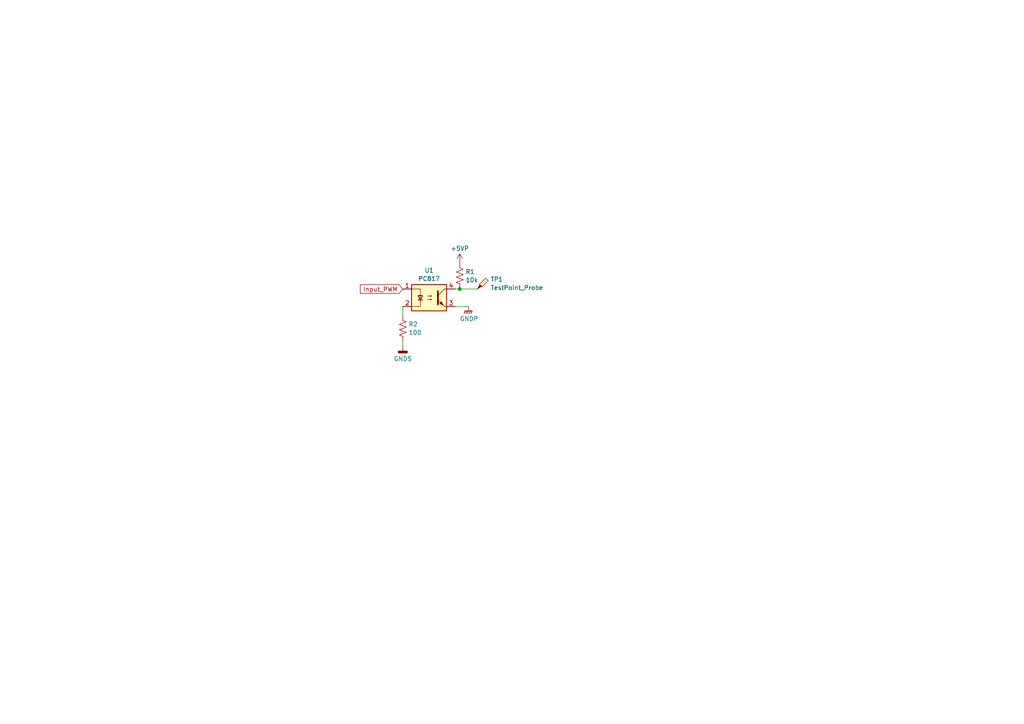
<source format=kicad_sch>
(kicad_sch (version 20231120) (generator "eeschema") (generator_version "8.0")
  (paper "A4")
  (title_block (title "OptoIsolation for Mobi-L") (date "2024-06-10") (comment 1 "Author: Srikar Bharadwaj R"))
  (lib_symbols
    (symbol "Connector:TestPoint_Probe" (pin_numbers hide) (pin_names (offset 0.762) hide)
      (property "Reference" "TP" (at 1.651 5.842 0))
      (property "Value" "TestPoint_Probe" (at 1.651 4.064 0))
      (symbol "TestPoint_Probe_0_1"
        (polyline (pts (xy 1.27 0.762) (xy 0 0) (xy 0.762 1.27) (xy 1.27 0.762)) (fill (type outline)))
        (polyline (pts (xy 1.397 0.635) (xy 0.635 1.397) (xy 2.413 3.175) (xy 3.175 2.413) (xy 1.397 0.635)) (fill (type background)))
      )
      (symbol "TestPoint_Probe_1_1"
        (pin passive line (at 0 0 90) (length 0) (name "1") (number "1"))
      )
    )
    (symbol "Device:R_US" (pin_numbers hide) (pin_names (offset 0))
      (property "Reference" "R" (at 2.54 0 90))
      (property "Value" "R_US" (at -2.54 0 90))
      (symbol "R_US_0_1"
        (polyline (pts (xy 0 -2.286) (xy 0 -2.54)))
        (polyline (pts (xy 0 2.286) (xy 0 2.54)))
        (polyline (pts (xy 0 -0.762) (xy 1.016 -1.143) (xy 0 -1.524) (xy -1.016 -1.905) (xy 0 -2.286)))
        (polyline (pts (xy 0 0.762) (xy 1.016 0.381) (xy 0 0) (xy -1.016 -0.381) (xy 0 -0.762)))
        (polyline (pts (xy 0 2.286) (xy 1.016 1.905) (xy 0 1.524) (xy -1.016 1.143) (xy 0 0.762)))
      )
      (symbol "R_US_1_1"
        (pin passive line (at 0 3.81 270) (length 1.27) (name "~") (number "1"))
        (pin passive line (at 0 -3.81 90) (length 1.27) (name "~") (number "2"))
      )
    )
    (symbol "Isolator:PC817" (pin_names (offset 1.016))
      (property "Reference" "U" (at -5.08 5.08 0))
      (property "Value" "PC817" (at 0 5.08 0))
      (symbol "PC817_0_1"
        (rectangle (start -5.08 3.81) (end 5.08 -3.81) (stroke (width 0.254)) (fill (type background)))
        (polyline (pts (xy -3.175 -0.635) (xy -1.905 -0.635)) (stroke (width 0.254)))
        (polyline (pts (xy 2.54 0.635) (xy 4.445 2.54)))
        (polyline (pts (xy 4.445 -2.54) (xy 2.54 -0.635)) (fill (type outline)))
        (polyline (pts (xy 4.445 -2.54) (xy 5.08 -2.54)))
        (polyline (pts (xy 4.445 2.54) (xy 5.08 2.54)))
        (polyline (pts (xy -5.08 2.54) (xy -2.54 2.54) (xy -2.54 -0.635)))
        (polyline (pts (xy -2.54 -0.635) (xy -2.54 -2.54) (xy -5.08 -2.54)))
        (polyline (pts (xy 2.54 1.905) (xy 2.54 -1.905) (xy 2.54 -1.905)) (stroke (width 0.508)))
        (polyline (pts (xy -2.54 -0.635) (xy -3.175 0.635) (xy -1.905 0.635) (xy -2.54 -0.635)) (stroke (width 0.254)))
        (polyline (pts (xy -0.508 -0.508) (xy 0.762 -0.508) (xy 0.381 -0.635) (xy 0.381 -0.381) (xy 0.762 -0.508)))
        (polyline (pts (xy -0.508 0.508) (xy 0.762 0.508) (xy 0.381 0.381) (xy 0.381 0.635) (xy 0.762 0.508)))
        (polyline (pts (xy 3.048 -1.651) (xy 3.556 -1.143) (xy 4.064 -2.159) (xy 3.048 -1.651) (xy 3.048 -1.651)) (fill (type outline)))
      )
      (symbol "PC817_1_1"
        (pin passive line (at -7.62 2.54 0) (length 2.54) (name "~") (number "1"))
        (pin passive line (at -7.62 -2.54 0) (length 2.54) (name "~") (number "2"))
        (pin passive line (at 7.62 -2.54 180) (length 2.54) (name "~") (number "3"))
        (pin passive line (at 7.62 2.54 180) (length 2.54) (name "~") (number "4"))
      )
    )
    (symbol "power:+5V" (power) (pin_names (offset 0))
      (property "Value" "+5V" (at 0 3.556 0))
      (symbol "+5V_0_1"
        (polyline (pts (xy -0.762 1.27) (xy 0 2.54)))
        (polyline (pts (xy 0 0) (xy 0 2.54)))
        (polyline (pts (xy 0 2.54) (xy 0.762 1.27)))
      )
      (symbol "+5V_1_1"
        (pin power_in line (at 0 0 90) (length 0) hide (name "+5V") (number "1"))
      )
    )
    (symbol "power:GNDD" (power) (pin_names (offset 0))
      (property "Value" "GNDD" (at 0 -3.175 0))
      (symbol "GNDD_0_1"
        (rectangle (start -1.27 -1.524) (end 1.27 -2.032) (stroke (width 0.254)) (fill (type outline)))
        (polyline (pts (xy 0 0) (xy 0 -1.524)))
      )
      (symbol "GNDD_1_1"
        (pin power_in line (at 0 0 270) (length 0) hide (name "GNDD") (number "1"))
      )
    )
    (symbol "power:GNDPWR" (power) (pin_names (offset 0))
      (property "Value" "GNDPWR" (at 0 -3.302 0))
      (symbol "GNDPWR_0_1"
        (polyline (pts (xy 0 -1.27) (xy 0 0)))
        (polyline (pts (xy -1.016 -1.27) (xy -1.27 -2.032) (xy -1.27 -2.032)) (stroke (width 0.2032)))
        (polyline (pts (xy -0.508 -1.27) (xy -0.762 -2.032) (xy -0.762 -2.032)) (stroke (width 0.2032)))
        (polyline (pts (xy 0 -1.27) (xy -0.254 -2.032) (xy -0.254 -2.032)) (stroke (width 0.2032)))
        (polyline (pts (xy 0.508 -1.27) (xy 0.254 -2.032) (xy 0.254 -2.032)) (stroke (width 0.2032)))
        (polyline (pts (xy 1.016 -1.27) (xy -1.016 -1.27) (xy -1.016 -1.27)) (stroke (width 0.2032)))
        (polyline (pts (xy 1.016 -1.27) (xy 0.762 -2.032) (xy 0.762 -2.032) (xy 0.762 -2.032)) (stroke (width 0.2032)))
      )
      (symbol "GNDPWR_1_1"
        (pin power_in line (at 0 0 270) (length 0) hide (name "GNDPWR") (number "1"))
      )
    )
  )
  (junction (at 133.35 83.82))
  (wire (pts (xy 133.35 83.82) (xy 138.43 83.82)))
  (wire (pts (xy 135.89 88.9) (xy 132.08 88.9)))
  (wire (pts (xy 132.08 83.82) (xy 133.35 83.82)))
  (wire (pts (xy 116.84 91.44) (xy 116.84 88.9)))
  (wire (pts (xy 116.84 100.33) (xy 116.84 99.06)))
  (global_label "Input_PWM" (shape input) (at 116.84 83.82 180) (property "Intersheetrefs" "${INTERSHEET_REFS}" (effects (hide yes))))
  (symbol (lib_id "Device:R_US") (at 116.84 95.25 0) (unit 1) (in_bom no) (on_board no)
    (property "Reference" "R2" (at 118.491 94.0378 0) (effects (justify left)))
    (property "Value" "100" (at 118.491 96.4621 0) (effects (justify left)))
    (property "Description" "Resistor, US symbol" (effects (hide yes)))
  )
  (symbol (lib_id "Device:R_US") (at 133.35 80.01 0) (unit 1) (in_bom no) (on_board no)
    (property "Reference" "R1" (at 135.001 78.7978 0) (effects (justify left)))
    (property "Value" "10k" (at 135.001 81.2221 0) (effects (justify left)))
    (property "Description" "Resistor, US symbol" (effects (hide yes)))
  )
  (symbol (lib_id "Isolator:PC817") (at 124.46 86.36 0) (unit 1) (in_bom no) (on_board no)
    (property "Reference" "U1" (at 124.46 78.4055 0))
    (property "Value" "PC817" (at 124.46 80.8298 0))
    (property "Footprint" "Package_DIP:DIP-4_W7.62mm" (effects (hide yes)))
    (property "Datasheet" "http://www.soselectronic.cz/a_info/resource/d/pc817.pdf" (effects (hide yes)))
    (property "Description" "DC Optocoupler, Vce 35V, CTR 50-300%, DIP-4" (effects (hide yes)))
  )
  (symbol (lib_id "Connector:TestPoint_Probe") (at 138.43 83.82 0) (unit 1) (in_bom no) (on_board no)
    (property "Reference" "TP1" (at 142.24 81.0203 0) (effects (justify left)))
    (property "Value" "TestPoint_Probe" (at 142.24 83.4446 0) (effects (justify left)))
    (property "Description" "test point (alternative probe-style design)" (effects (hide yes)))
  )
  (symbol (lib_id "power:GNDD") (at 116.84 100.33 0) (unit 1) (in_bom no)
    (property "Reference" "#PWR03" (effects (hide yes)))
    (property "Value" "GNDS" (at 116.84 104.0821 0))
    (property "Description" "Power symbol creates a global label with name \"GNDP\" , Secondary ground" (effects (hide yes)))
  )
  (symbol (lib_id "power:+5V") (at 133.35 76.2 0) (unit 1) (in_bom no) (on_board no)
    (property "Reference" "#PWR01" (effects (hide yes)))
    (property "Value" "+5VP" (at 133.35 72.0669 0))
    (property "Description" "Power symbol creates a global label with name \"+5V\"" (effects (hide yes)))
  )
  (symbol (lib_id "power:GNDPWR") (at 135.89 88.9 0) (unit 1) (in_bom no)
    (property "Reference" "#PWR02" (effects (hide yes)))
    (property "Value" "GNDP" (at 133.35 92.456 0) (effects (justify left)))
    (property "Description" "Power symbol creates a global label with name \"GNDPWR\" , Primary ground" (effects (hide yes)))
  )
)
</source>
